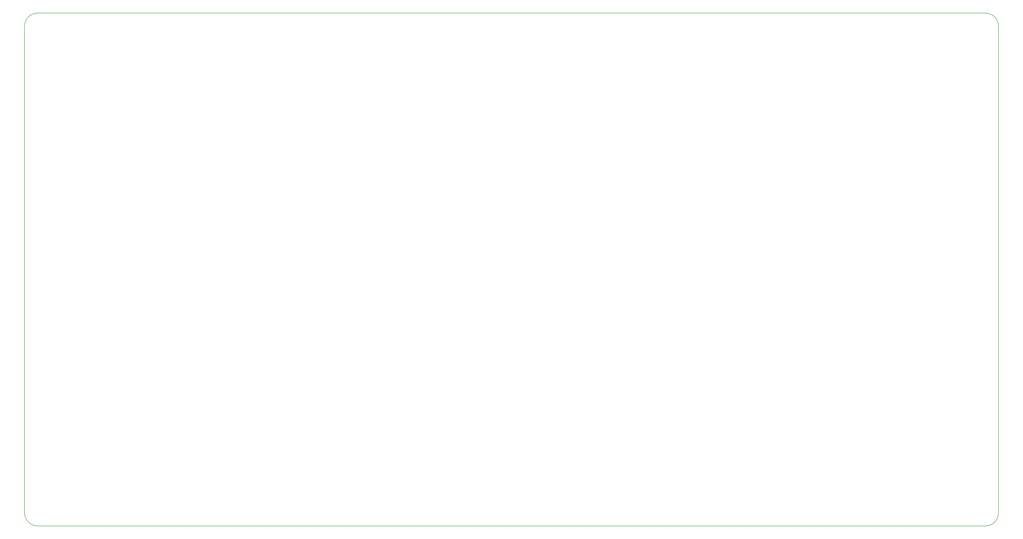
<source format=gm1>
G04 #@! TF.GenerationSoftware,KiCad,Pcbnew,(5.1.7)-1*
G04 #@! TF.CreationDate,2021-03-09T01:47:10+02:00*
G04 #@! TF.ProjectId,CP_inverter,43505f69-6e76-4657-9274-65722e6b6963,rev?*
G04 #@! TF.SameCoordinates,Original*
G04 #@! TF.FileFunction,Profile,NP*
%FSLAX46Y46*%
G04 Gerber Fmt 4.6, Leading zero omitted, Abs format (unit mm)*
G04 Created by KiCad (PCBNEW (5.1.7)-1) date 2021-03-09 01:47:10*
%MOMM*%
%LPD*%
G01*
G04 APERTURE LIST*
G04 #@! TA.AperFunction,Profile*
%ADD10C,0.200000*%
G04 #@! TD*
G04 APERTURE END LIST*
D10*
X396000000Y-51000000D02*
G75*
G02*
X401000000Y-56000000I0J-5000000D01*
G01*
X401000000Y-246000000D02*
G75*
G02*
X396000000Y-251000000I-5000000J0D01*
G01*
X26000000Y-251000000D02*
G75*
G02*
X21000000Y-246000000I0J5000000D01*
G01*
X21000000Y-56000000D02*
G75*
G02*
X26000000Y-51000000I5000000J0D01*
G01*
X401000000Y-56000000D02*
X401000000Y-246000000D01*
X26000000Y-251000000D02*
X396000000Y-251000000D01*
X26000000Y-51000000D02*
X396000000Y-51000000D01*
X21000000Y-56000000D02*
X21000000Y-246000000D01*
M02*

</source>
